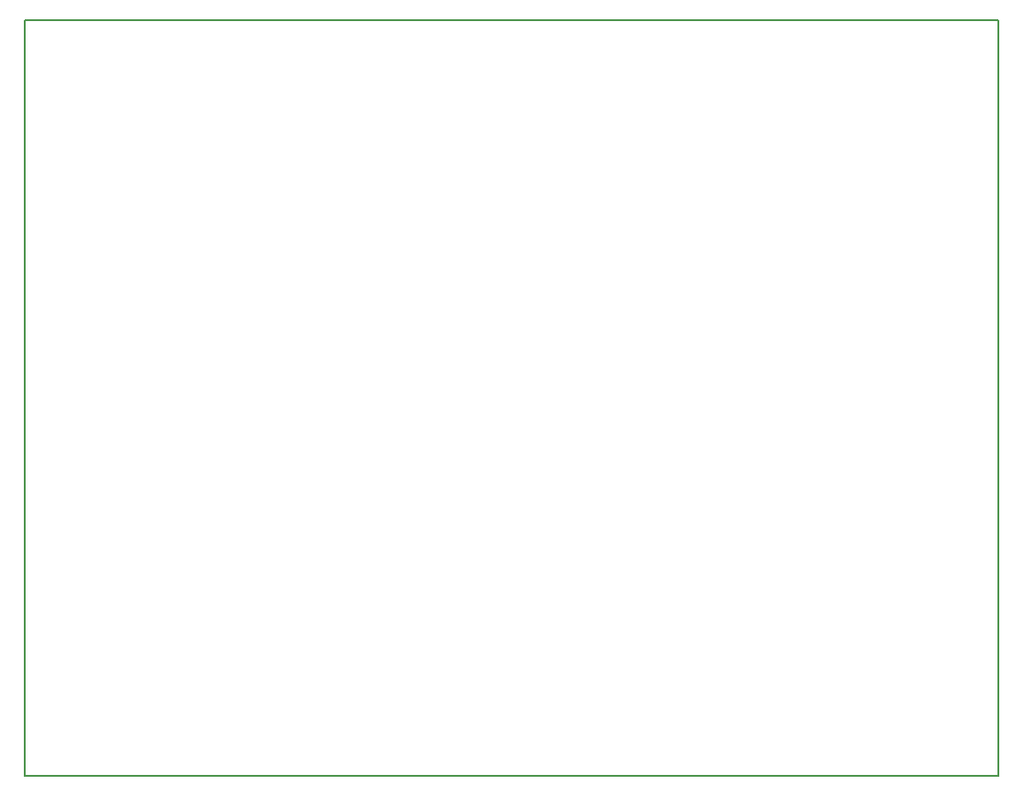
<source format=gbr>
%TF.GenerationSoftware,KiCad,Pcbnew,(6.0.7)*%
%TF.CreationDate,2023-03-15T17:40:26-04:00*%
%TF.ProjectId,NPN Tracer V1,4e504e20-5472-4616-9365-722056312e6b,rev?*%
%TF.SameCoordinates,Original*%
%TF.FileFunction,Profile,NP*%
%FSLAX46Y46*%
G04 Gerber Fmt 4.6, Leading zero omitted, Abs format (unit mm)*
G04 Created by KiCad (PCBNEW (6.0.7)) date 2023-03-15 17:40:26*
%MOMM*%
%LPD*%
G01*
G04 APERTURE LIST*
%TA.AperFunction,Profile*%
%ADD10C,0.150000*%
%TD*%
G04 APERTURE END LIST*
D10*
X174180500Y-50419000D02*
X84264500Y-50419000D01*
X84264500Y-50419000D02*
X84264500Y-120332500D01*
X84264500Y-120332500D02*
X174180500Y-120332500D01*
X174180500Y-120332500D02*
X174180500Y-50419000D01*
M02*

</source>
